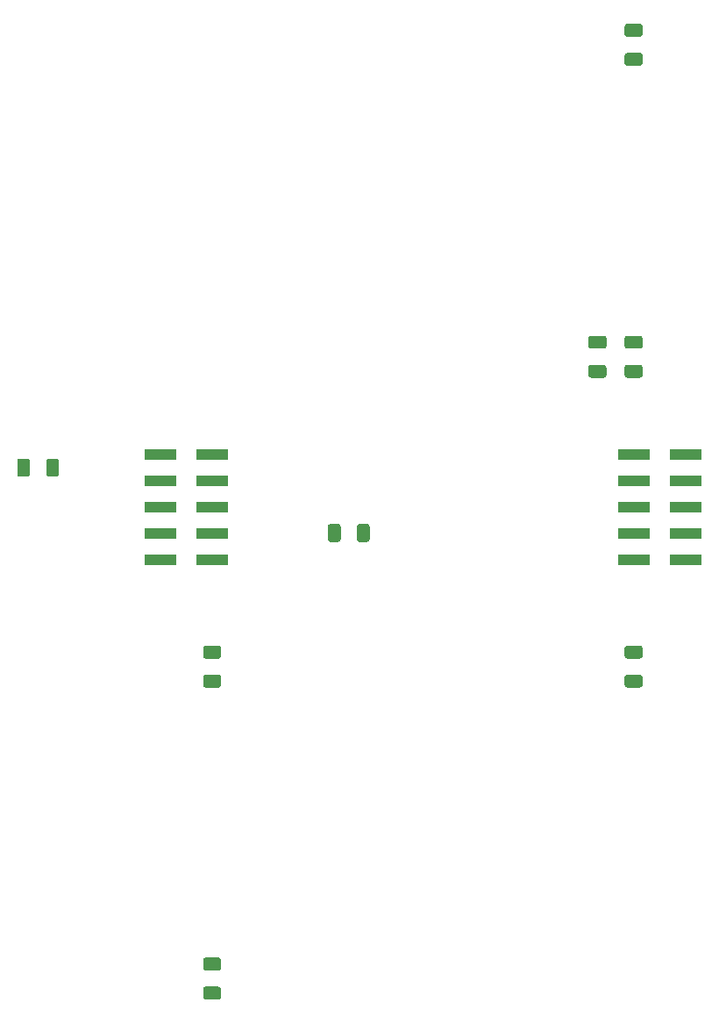
<source format=gbr>
%TF.GenerationSoftware,KiCad,Pcbnew,5.99.0-unknown-e376750~101~ubuntu19.10.1*%
%TF.CreationDate,2020-06-25T20:18:14+02:00*%
%TF.ProjectId,leds,6c656473-2e6b-4696-9361-645f70636258,rev?*%
%TF.SameCoordinates,Original*%
%TF.FileFunction,Soldermask,Bot*%
%TF.FilePolarity,Negative*%
%FSLAX46Y46*%
G04 Gerber Fmt 4.6, Leading zero omitted, Abs format (unit mm)*
G04 Created by KiCad (PCBNEW 5.99.0-unknown-e376750~101~ubuntu19.10.1) date 2020-06-25 20:18:14*
%MOMM*%
%LPD*%
G01*
G04 APERTURE LIST*
%ADD10R,3.150000X1.000000*%
G04 APERTURE END LIST*
%TO.C,R108*%
G36*
G01*
X116175000Y-165675000D02*
X117425000Y-165675000D01*
G75*
G02*
X117675000Y-165925000I0J-250000D01*
G01*
X117675000Y-166675000D01*
G75*
G02*
X117425000Y-166925000I-250000J0D01*
G01*
X116175000Y-166925000D01*
G75*
G02*
X115925000Y-166675000I0J250000D01*
G01*
X115925000Y-165925000D01*
G75*
G02*
X116175000Y-165675000I250000J0D01*
G01*
G37*
G36*
G01*
X116175000Y-162875000D02*
X117425000Y-162875000D01*
G75*
G02*
X117675000Y-163125000I0J-250000D01*
G01*
X117675000Y-163875000D01*
G75*
G02*
X117425000Y-164125000I-250000J0D01*
G01*
X116175000Y-164125000D01*
G75*
G02*
X115925000Y-163875000I0J250000D01*
G01*
X115925000Y-163125000D01*
G75*
G02*
X116175000Y-162875000I250000J0D01*
G01*
G37*
%TD*%
%TO.C,R107*%
G36*
G01*
X116175000Y-135575000D02*
X117425000Y-135575000D01*
G75*
G02*
X117675000Y-135825000I0J-250000D01*
G01*
X117675000Y-136575000D01*
G75*
G02*
X117425000Y-136825000I-250000J0D01*
G01*
X116175000Y-136825000D01*
G75*
G02*
X115925000Y-136575000I0J250000D01*
G01*
X115925000Y-135825000D01*
G75*
G02*
X116175000Y-135575000I250000J0D01*
G01*
G37*
G36*
G01*
X116175000Y-132775000D02*
X117425000Y-132775000D01*
G75*
G02*
X117675000Y-133025000I0J-250000D01*
G01*
X117675000Y-133775000D01*
G75*
G02*
X117425000Y-134025000I-250000J0D01*
G01*
X116175000Y-134025000D01*
G75*
G02*
X115925000Y-133775000I0J250000D01*
G01*
X115925000Y-133025000D01*
G75*
G02*
X116175000Y-132775000I250000J0D01*
G01*
G37*
%TD*%
%TO.C,R106*%
G36*
G01*
X130775000Y-122525000D02*
X130775000Y-121275000D01*
G75*
G02*
X131025000Y-121025000I250000J0D01*
G01*
X131775000Y-121025000D01*
G75*
G02*
X132025000Y-121275000I0J-250000D01*
G01*
X132025000Y-122525000D01*
G75*
G02*
X131775000Y-122775000I-250000J0D01*
G01*
X131025000Y-122775000D01*
G75*
G02*
X130775000Y-122525000I0J250000D01*
G01*
G37*
G36*
G01*
X127975000Y-122525000D02*
X127975000Y-121275000D01*
G75*
G02*
X128225000Y-121025000I250000J0D01*
G01*
X128975000Y-121025000D01*
G75*
G02*
X129225000Y-121275000I0J-250000D01*
G01*
X129225000Y-122525000D01*
G75*
G02*
X128975000Y-122775000I-250000J0D01*
G01*
X128225000Y-122775000D01*
G75*
G02*
X127975000Y-122525000I0J250000D01*
G01*
G37*
%TD*%
%TO.C,R105*%
G36*
G01*
X99225000Y-114975000D02*
X99225000Y-116225000D01*
G75*
G02*
X98975000Y-116475000I-250000J0D01*
G01*
X98225000Y-116475000D01*
G75*
G02*
X97975000Y-116225000I0J250000D01*
G01*
X97975000Y-114975000D01*
G75*
G02*
X98225000Y-114725000I250000J0D01*
G01*
X98975000Y-114725000D01*
G75*
G02*
X99225000Y-114975000I0J-250000D01*
G01*
G37*
G36*
G01*
X102025000Y-114975000D02*
X102025000Y-116225000D01*
G75*
G02*
X101775000Y-116475000I-250000J0D01*
G01*
X101025000Y-116475000D01*
G75*
G02*
X100775000Y-116225000I0J250000D01*
G01*
X100775000Y-114975000D01*
G75*
G02*
X101025000Y-114725000I250000J0D01*
G01*
X101775000Y-114725000D01*
G75*
G02*
X102025000Y-114975000I0J-250000D01*
G01*
G37*
%TD*%
%TO.C,R104*%
G36*
G01*
X156875000Y-75575000D02*
X158125000Y-75575000D01*
G75*
G02*
X158375000Y-75825000I0J-250000D01*
G01*
X158375000Y-76575000D01*
G75*
G02*
X158125000Y-76825000I-250000J0D01*
G01*
X156875000Y-76825000D01*
G75*
G02*
X156625000Y-76575000I0J250000D01*
G01*
X156625000Y-75825000D01*
G75*
G02*
X156875000Y-75575000I250000J0D01*
G01*
G37*
G36*
G01*
X156875000Y-72775000D02*
X158125000Y-72775000D01*
G75*
G02*
X158375000Y-73025000I0J-250000D01*
G01*
X158375000Y-73775000D01*
G75*
G02*
X158125000Y-74025000I-250000J0D01*
G01*
X156875000Y-74025000D01*
G75*
G02*
X156625000Y-73775000I0J250000D01*
G01*
X156625000Y-73025000D01*
G75*
G02*
X156875000Y-72775000I250000J0D01*
G01*
G37*
%TD*%
%TO.C,R103*%
G36*
G01*
X156875000Y-105675000D02*
X158125000Y-105675000D01*
G75*
G02*
X158375000Y-105925000I0J-250000D01*
G01*
X158375000Y-106675000D01*
G75*
G02*
X158125000Y-106925000I-250000J0D01*
G01*
X156875000Y-106925000D01*
G75*
G02*
X156625000Y-106675000I0J250000D01*
G01*
X156625000Y-105925000D01*
G75*
G02*
X156875000Y-105675000I250000J0D01*
G01*
G37*
G36*
G01*
X156875000Y-102875000D02*
X158125000Y-102875000D01*
G75*
G02*
X158375000Y-103125000I0J-250000D01*
G01*
X158375000Y-103875000D01*
G75*
G02*
X158125000Y-104125000I-250000J0D01*
G01*
X156875000Y-104125000D01*
G75*
G02*
X156625000Y-103875000I0J250000D01*
G01*
X156625000Y-103125000D01*
G75*
G02*
X156875000Y-102875000I250000J0D01*
G01*
G37*
%TD*%
%TO.C,R102*%
G36*
G01*
X153375000Y-105675000D02*
X154625000Y-105675000D01*
G75*
G02*
X154875000Y-105925000I0J-250000D01*
G01*
X154875000Y-106675000D01*
G75*
G02*
X154625000Y-106925000I-250000J0D01*
G01*
X153375000Y-106925000D01*
G75*
G02*
X153125000Y-106675000I0J250000D01*
G01*
X153125000Y-105925000D01*
G75*
G02*
X153375000Y-105675000I250000J0D01*
G01*
G37*
G36*
G01*
X153375000Y-102875000D02*
X154625000Y-102875000D01*
G75*
G02*
X154875000Y-103125000I0J-250000D01*
G01*
X154875000Y-103875000D01*
G75*
G02*
X154625000Y-104125000I-250000J0D01*
G01*
X153375000Y-104125000D01*
G75*
G02*
X153125000Y-103875000I0J250000D01*
G01*
X153125000Y-103125000D01*
G75*
G02*
X153375000Y-102875000I250000J0D01*
G01*
G37*
%TD*%
%TO.C,R101*%
G36*
G01*
X158125000Y-134025000D02*
X156875000Y-134025000D01*
G75*
G02*
X156625000Y-133775000I0J250000D01*
G01*
X156625000Y-133025000D01*
G75*
G02*
X156875000Y-132775000I250000J0D01*
G01*
X158125000Y-132775000D01*
G75*
G02*
X158375000Y-133025000I0J-250000D01*
G01*
X158375000Y-133775000D01*
G75*
G02*
X158125000Y-134025000I-250000J0D01*
G01*
G37*
G36*
G01*
X158125000Y-136825000D02*
X156875000Y-136825000D01*
G75*
G02*
X156625000Y-136575000I0J250000D01*
G01*
X156625000Y-135825000D01*
G75*
G02*
X156875000Y-135575000I250000J0D01*
G01*
X158125000Y-135575000D01*
G75*
G02*
X158375000Y-135825000I0J-250000D01*
G01*
X158375000Y-136575000D01*
G75*
G02*
X158125000Y-136825000I-250000J0D01*
G01*
G37*
%TD*%
D10*
%TO.C,J102*%
X157495000Y-124460000D03*
X162545000Y-124460000D03*
X157495000Y-121920000D03*
X162545000Y-121920000D03*
X157495000Y-119380000D03*
X162545000Y-119380000D03*
X157495000Y-116840000D03*
X162545000Y-116840000D03*
X157495000Y-114300000D03*
X162545000Y-114300000D03*
%TD*%
%TO.C,J101*%
X116825000Y-114300000D03*
X111775000Y-114300000D03*
X116825000Y-116840000D03*
X111775000Y-116840000D03*
X116825000Y-119380000D03*
X111775000Y-119380000D03*
X116825000Y-121920000D03*
X111775000Y-121920000D03*
X116825000Y-124460000D03*
X111775000Y-124460000D03*
%TD*%
M02*

</source>
